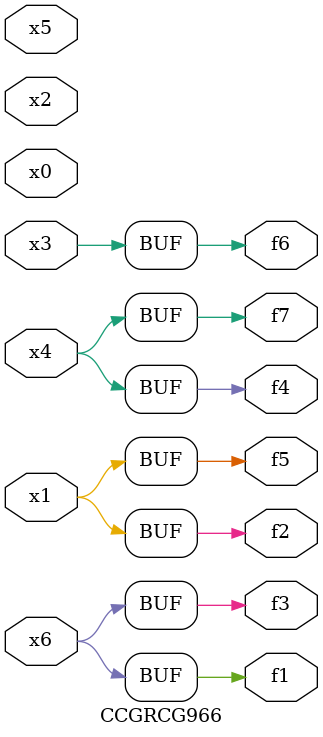
<source format=v>
module CCGRCG966(
	input x0, x1, x2, x3, x4, x5, x6,
	output f1, f2, f3, f4, f5, f6, f7
);
	assign f1 = x6;
	assign f2 = x1;
	assign f3 = x6;
	assign f4 = x4;
	assign f5 = x1;
	assign f6 = x3;
	assign f7 = x4;
endmodule

</source>
